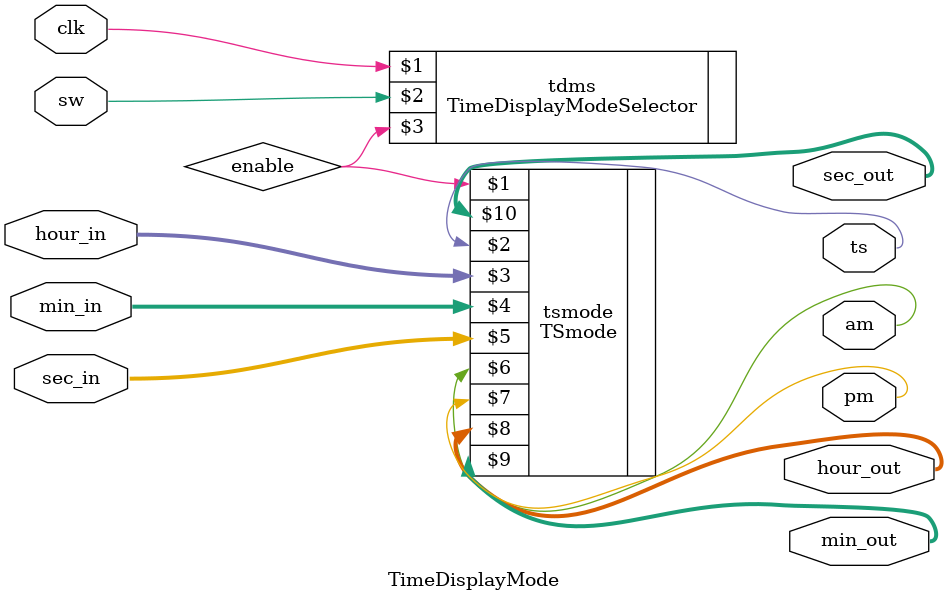
<source format=v>
module TimeDisplayMode(
	input clk,
	input sw,
	input [5:0] hour_in,
	input [5:0] min_in,
	input [5:0] sec_in,
	output am,
	output pm,
	output [5:0] hour_out,
	output [5:0] min_out,
	output [5:0] sec_out,
	output ts
    );

wire enable;
TimeDisplayModeSelector tdms(clk, sw, enable);
TSmode tsmode(enable, ts, hour_in, min_in, sec_in, am, pm, hour_out, min_out, sec_out);


endmodule

</source>
